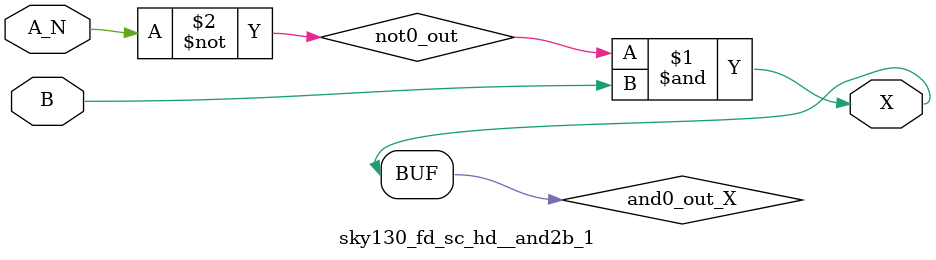
<source format=v>
/*
 * Copyright 2020 The SkyWater PDK Authors
 *
 * Licensed under the Apache License, Version 2.0 (the "License");
 * you may not use this file except in compliance with the License.
 * You may obtain a copy of the License at
 *
 *     https://www.apache.org/licenses/LICENSE-2.0
 *
 * Unless required by applicable law or agreed to in writing, software
 * distributed under the License is distributed on an "AS IS" BASIS,
 * WITHOUT WARRANTIES OR CONDITIONS OF ANY KIND, either express or implied.
 * See the License for the specific language governing permissions and
 * limitations under the License.
 *
 * SPDX-License-Identifier: Apache-2.0
*/


`ifndef SKY130_FD_SC_HD__AND2B_1_FUNCTIONAL_V
`define SKY130_FD_SC_HD__AND2B_1_FUNCTIONAL_V

/**
 * and2b: 2-input AND, first input inverted.
 *
 * Verilog simulation functional model.
 */

`timescale 1ns / 1ps
`default_nettype none

`celldefine
module sky130_fd_sc_hd__and2b_1 (
    X  ,
    A_N,
    B
);

    // Module ports
    output X  ;
    input  A_N;
    input  B  ;

    // Local signals
    wire not0_out  ;
    wire and0_out_X;

    //  Name  Output      Other arguments
    not not0 (not0_out  , A_N            );
    and and0 (and0_out_X, not0_out, B    );
    buf buf0 (X         , and0_out_X     );

endmodule
`endcelldefine

`default_nettype wire
`endif  // SKY130_FD_SC_HD__AND2B_1_FUNCTIONAL_V

</source>
